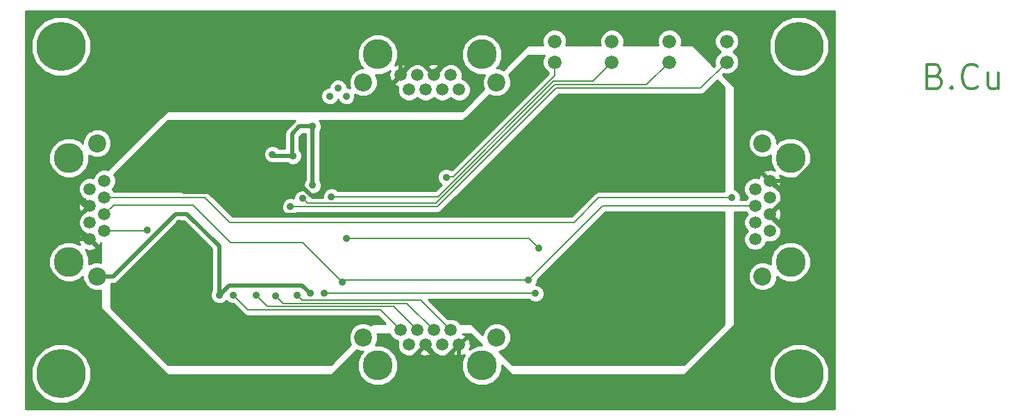
<source format=gbl>
G04 (created by PCBNEW (2013-07-07 BZR 4022)-stable) date 24/09/2013 15:52:17*
%MOIN*%
G04 Gerber Fmt 3.4, Leading zero omitted, Abs format*
%FSLAX34Y34*%
G01*
G70*
G90*
G04 APERTURE LIST*
%ADD10C,0.00590551*%
%ADD11C,0.011811*%
%ADD12C,0.066*%
%ADD13C,0.23622*%
%ADD14C,0.1437*%
%ADD15C,0.0591*%
%ADD16C,0.0866142*%
%ADD17C,0.035*%
%ADD18C,0.019685*%
%ADD19C,0.00787402*%
%ADD20C,0.01*%
G04 APERTURE END LIST*
G54D10*
G54D11*
X53008Y-11670D02*
X53177Y-11726D01*
X53233Y-11782D01*
X53290Y-11895D01*
X53290Y-12064D01*
X53233Y-12176D01*
X53177Y-12232D01*
X53065Y-12289D01*
X52615Y-12289D01*
X52615Y-11107D01*
X53008Y-11107D01*
X53121Y-11164D01*
X53177Y-11220D01*
X53233Y-11332D01*
X53233Y-11445D01*
X53177Y-11557D01*
X53121Y-11614D01*
X53008Y-11670D01*
X52615Y-11670D01*
X53796Y-12176D02*
X53852Y-12232D01*
X53796Y-12289D01*
X53740Y-12232D01*
X53796Y-12176D01*
X53796Y-12289D01*
X55033Y-12176D02*
X54977Y-12232D01*
X54808Y-12289D01*
X54696Y-12289D01*
X54527Y-12232D01*
X54415Y-12120D01*
X54358Y-12007D01*
X54302Y-11782D01*
X54302Y-11614D01*
X54358Y-11389D01*
X54415Y-11276D01*
X54527Y-11164D01*
X54696Y-11107D01*
X54808Y-11107D01*
X54977Y-11164D01*
X55033Y-11220D01*
X56046Y-11501D02*
X56046Y-12289D01*
X55539Y-11501D02*
X55539Y-12120D01*
X55596Y-12232D01*
X55708Y-12289D01*
X55877Y-12289D01*
X55989Y-12232D01*
X56046Y-12176D01*
G54D12*
X42997Y-10998D03*
X42997Y-9998D03*
X40241Y-10998D03*
X40241Y-9998D03*
X37485Y-10998D03*
X37485Y-9998D03*
X34729Y-10998D03*
X34729Y-9998D03*
G54D13*
X46456Y-10236D03*
X46456Y-25984D03*
X11023Y-25984D03*
X11023Y-10236D03*
G54D14*
X26240Y-10629D03*
X31240Y-10629D03*
G54D15*
X27334Y-11629D03*
X27736Y-12330D03*
X28137Y-11629D03*
X28539Y-12330D03*
X28940Y-11629D03*
X29342Y-12330D03*
X29744Y-11629D03*
X30145Y-12330D03*
G54D16*
X25539Y-11980D03*
X31940Y-11980D03*
G54D14*
X46062Y-15610D03*
X46062Y-20610D03*
G54D15*
X45062Y-16704D03*
X44362Y-17106D03*
X45062Y-17507D03*
X44362Y-17909D03*
X45062Y-18311D03*
X44362Y-18712D03*
X45062Y-19114D03*
X44362Y-19515D03*
G54D16*
X44712Y-14909D03*
X44712Y-21311D03*
G54D14*
X11417Y-20610D03*
X11417Y-15610D03*
G54D15*
X12417Y-19515D03*
X13118Y-19114D03*
X12417Y-18712D03*
X13118Y-18311D03*
X12417Y-17909D03*
X13118Y-17507D03*
X12417Y-17106D03*
X13118Y-16704D03*
G54D16*
X12767Y-21311D03*
X12767Y-14909D03*
G54D14*
X31240Y-25590D03*
X26240Y-25590D03*
G54D15*
X30145Y-24590D03*
X29744Y-23889D03*
X29342Y-24590D03*
X28940Y-23889D03*
X28539Y-24590D03*
X28137Y-23889D03*
X27736Y-24590D03*
X27334Y-23889D03*
G54D16*
X31940Y-24240D03*
X25539Y-24240D03*
G54D17*
X9842Y-15590D03*
X21496Y-11220D03*
X21496Y-11653D03*
X21496Y-10748D03*
X15157Y-19094D03*
X24724Y-19488D03*
X33976Y-19960D03*
X43228Y-17519D03*
X21181Y-15433D03*
X22165Y-15511D03*
X22992Y-22125D03*
X18622Y-22204D03*
X23110Y-14094D03*
X23110Y-16929D03*
X22362Y-22204D03*
X21338Y-22244D03*
X20393Y-22204D03*
X19291Y-22204D03*
X33818Y-22125D03*
X23661Y-22125D03*
X22047Y-17952D03*
X22637Y-17559D03*
X24015Y-17480D03*
X29527Y-16535D03*
X24527Y-21574D03*
X33464Y-21496D03*
X37677Y-24251D03*
X37047Y-19015D03*
X33543Y-17637D03*
X23976Y-24685D03*
X16692Y-18740D03*
X16692Y-16889D03*
X24409Y-14527D03*
X23937Y-12637D03*
X24330Y-12244D03*
X24724Y-12637D03*
G54D18*
X45062Y-18311D02*
X45062Y-18370D01*
X45062Y-18370D02*
X46141Y-19448D01*
X46141Y-19448D02*
X46850Y-19448D01*
X46850Y-19448D02*
X47401Y-20000D01*
X47401Y-20000D02*
X47401Y-21732D01*
X47401Y-21732D02*
X42047Y-27086D01*
X42047Y-27086D02*
X31259Y-27086D01*
X31259Y-27086D02*
X30145Y-25972D01*
X30145Y-25972D02*
X30145Y-24590D01*
X13110Y-10748D02*
X9842Y-14015D01*
X9842Y-14015D02*
X9842Y-15590D01*
X27334Y-11629D02*
X27334Y-10090D01*
X12161Y-17909D02*
X12417Y-17909D01*
X9842Y-15590D02*
X12161Y-17909D01*
X28539Y-24590D02*
X28539Y-24610D01*
X28539Y-24610D02*
X27322Y-25826D01*
X27322Y-25826D02*
X27322Y-26299D01*
X27322Y-26299D02*
X26456Y-27165D01*
X26456Y-27165D02*
X15196Y-27165D01*
X15196Y-27165D02*
X10393Y-22362D01*
X10393Y-22362D02*
X10393Y-20157D01*
X10393Y-20157D02*
X11035Y-19515D01*
X11035Y-19515D02*
X12417Y-19515D01*
X28940Y-11629D02*
X28940Y-11531D01*
X46287Y-16704D02*
X45062Y-16704D01*
X47244Y-15748D02*
X46287Y-16704D01*
X47244Y-14488D02*
X47244Y-15748D01*
X44881Y-12125D02*
X47244Y-14488D01*
X44881Y-9921D02*
X44881Y-12125D01*
X43937Y-8976D02*
X44881Y-9921D01*
X31496Y-8976D02*
X43937Y-8976D01*
X28940Y-11531D02*
X31496Y-8976D01*
X27334Y-11629D02*
X27334Y-11562D01*
X28255Y-10944D02*
X28940Y-11629D01*
X27952Y-10944D02*
X28255Y-10944D01*
X27334Y-11562D02*
X27952Y-10944D01*
X12417Y-19515D02*
X12271Y-19515D01*
X12271Y-19515D02*
X11811Y-19055D01*
X11811Y-19055D02*
X11811Y-18515D01*
X11811Y-18515D02*
X12417Y-17909D01*
X45062Y-16704D02*
X45129Y-16704D01*
X45669Y-17704D02*
X45062Y-18311D01*
X45669Y-17244D02*
X45669Y-17704D01*
X45129Y-16704D02*
X45669Y-17244D01*
X28539Y-24590D02*
X28539Y-24720D01*
X28539Y-24720D02*
X29133Y-25314D01*
X29133Y-25314D02*
X29421Y-25314D01*
X29421Y-25314D02*
X30145Y-24590D01*
X21496Y-10748D02*
X13110Y-10748D01*
X21496Y-10078D02*
X21496Y-10748D01*
X22519Y-9055D02*
X21496Y-10078D01*
X26299Y-9055D02*
X22519Y-9055D01*
X27334Y-10090D02*
X26299Y-9055D01*
G54D19*
X15137Y-19114D02*
X13118Y-19114D01*
X15157Y-19094D02*
X15137Y-19114D01*
X33503Y-19488D02*
X24724Y-19488D01*
X33976Y-19960D02*
X33503Y-19488D01*
X17940Y-17507D02*
X13118Y-17507D01*
X19133Y-18700D02*
X17940Y-17507D01*
X35669Y-18700D02*
X19133Y-18700D01*
X36850Y-17519D02*
X35669Y-18700D01*
X43228Y-17519D02*
X36850Y-17519D01*
G54D18*
X21259Y-15511D02*
X22165Y-15511D01*
X21181Y-15433D02*
X21259Y-15511D01*
X22480Y-14094D02*
X23110Y-14094D01*
X22125Y-14448D02*
X22480Y-14094D01*
X22125Y-15472D02*
X22125Y-14448D01*
X22165Y-15511D02*
X22125Y-15472D01*
X18622Y-22204D02*
X18622Y-19842D01*
X13531Y-21311D02*
X12767Y-21311D01*
X16535Y-18307D02*
X13531Y-21311D01*
X17086Y-18307D02*
X16535Y-18307D01*
X18622Y-19842D02*
X17086Y-18307D01*
X22598Y-21732D02*
X22992Y-22125D01*
X19094Y-21732D02*
X22598Y-21732D01*
X18622Y-22204D02*
X19094Y-21732D01*
X23110Y-16929D02*
X23110Y-14094D01*
G54D19*
X28295Y-22440D02*
X29744Y-23889D01*
X22598Y-22440D02*
X28295Y-22440D01*
X22362Y-22204D02*
X22598Y-22440D01*
X27649Y-22598D02*
X28940Y-23889D01*
X21692Y-22598D02*
X27649Y-22598D01*
X21338Y-22244D02*
X21692Y-22598D01*
X27003Y-22755D02*
X28137Y-23889D01*
X20944Y-22755D02*
X27003Y-22755D01*
X20393Y-22204D02*
X20944Y-22755D01*
X26358Y-22913D02*
X27334Y-23889D01*
X20000Y-22913D02*
X26358Y-22913D01*
X19291Y-22204D02*
X20000Y-22913D01*
X23661Y-22125D02*
X33818Y-22125D01*
X41751Y-12244D02*
X42997Y-10998D01*
X34815Y-12244D02*
X41751Y-12244D01*
X29106Y-17952D02*
X34815Y-12244D01*
X22047Y-17952D02*
X29106Y-17952D01*
X22047Y-17952D02*
X22047Y-17952D01*
X39152Y-12086D02*
X40241Y-10998D01*
X34750Y-12086D02*
X39152Y-12086D01*
X29041Y-17795D02*
X34750Y-12086D01*
X22874Y-17795D02*
X29041Y-17795D01*
X22637Y-17559D02*
X22874Y-17795D01*
X36554Y-11929D02*
X37485Y-10998D01*
X34685Y-11929D02*
X36554Y-11929D01*
X29133Y-17480D02*
X34685Y-11929D01*
X24015Y-17480D02*
X29133Y-17480D01*
X34729Y-11662D02*
X34729Y-10998D01*
X29868Y-16522D02*
X34729Y-11662D01*
X29540Y-16522D02*
X29868Y-16522D01*
X29527Y-16535D02*
X29540Y-16522D01*
X17799Y-18311D02*
X17362Y-17874D01*
X17799Y-18311D02*
X19173Y-19685D01*
X19173Y-19685D02*
X22637Y-19685D01*
X24527Y-21574D02*
X22637Y-19685D01*
X13555Y-17874D02*
X13118Y-18311D01*
X17362Y-17874D02*
X13555Y-17874D01*
X24606Y-21496D02*
X33464Y-21496D01*
X24527Y-21574D02*
X24606Y-21496D01*
X44362Y-17909D02*
X37051Y-17909D01*
X37051Y-17909D02*
X33464Y-21496D01*
G54D18*
X37677Y-19645D02*
X37677Y-24251D01*
X37047Y-19015D02*
X37677Y-19645D01*
X16692Y-16889D02*
X16692Y-17007D01*
X16692Y-17007D02*
X16929Y-17244D01*
X16929Y-17244D02*
X18897Y-17244D01*
X18897Y-17244D02*
X20000Y-18346D01*
X20000Y-18346D02*
X32834Y-18346D01*
X32834Y-18346D02*
X33543Y-17637D01*
X23267Y-23976D02*
X23976Y-24685D01*
X19724Y-23976D02*
X23267Y-23976D01*
X17834Y-22086D02*
X19724Y-23976D01*
X17834Y-19881D02*
X17834Y-22086D01*
X16692Y-18740D02*
X17834Y-19881D01*
X22519Y-16889D02*
X16692Y-16889D01*
X23031Y-17401D02*
X22519Y-16889D01*
X23385Y-17401D02*
X23031Y-17401D01*
X23622Y-17165D02*
X23385Y-17401D01*
X23622Y-15314D02*
X23622Y-17165D01*
X24409Y-14527D02*
X23622Y-15314D01*
G54D10*
G36*
X48155Y-27683D02*
X47888Y-27683D01*
X47888Y-25700D01*
X47888Y-9952D01*
X47670Y-9426D01*
X47268Y-9023D01*
X46742Y-8805D01*
X46173Y-8804D01*
X45647Y-9022D01*
X45244Y-9424D01*
X45025Y-9950D01*
X45025Y-10519D01*
X45242Y-11045D01*
X45644Y-11448D01*
X46170Y-11667D01*
X46740Y-11667D01*
X47266Y-11450D01*
X47669Y-11047D01*
X47887Y-10522D01*
X47888Y-9952D01*
X47888Y-25700D01*
X47670Y-25174D01*
X47268Y-24771D01*
X47031Y-24673D01*
X47031Y-20418D01*
X47031Y-15418D01*
X46884Y-15062D01*
X46612Y-14789D01*
X46256Y-14641D01*
X45871Y-14641D01*
X45515Y-14788D01*
X45395Y-14907D01*
X45395Y-14774D01*
X45292Y-14523D01*
X45100Y-14330D01*
X44849Y-14226D01*
X44577Y-14226D01*
X44326Y-14330D01*
X44133Y-14522D01*
X44029Y-14772D01*
X44029Y-15044D01*
X44133Y-15295D01*
X44325Y-15488D01*
X44576Y-15592D01*
X44847Y-15592D01*
X45094Y-15490D01*
X45094Y-15802D01*
X45241Y-16158D01*
X45289Y-16206D01*
X45143Y-16154D01*
X44926Y-16165D01*
X44777Y-16227D01*
X44751Y-16322D01*
X45062Y-16634D01*
X45068Y-16628D01*
X45139Y-16699D01*
X45133Y-16704D01*
X45445Y-17016D01*
X45540Y-16989D01*
X45613Y-16785D01*
X45602Y-16568D01*
X45551Y-16446D01*
X45869Y-16578D01*
X46254Y-16578D01*
X46610Y-16431D01*
X46883Y-16159D01*
X47031Y-15803D01*
X47031Y-15418D01*
X47031Y-20418D01*
X46884Y-20062D01*
X46612Y-19789D01*
X46256Y-19641D01*
X45871Y-19641D01*
X45613Y-19748D01*
X45613Y-18391D01*
X45602Y-18174D01*
X45540Y-18025D01*
X45445Y-17999D01*
X45133Y-18311D01*
X45445Y-18622D01*
X45540Y-18596D01*
X45613Y-18391D01*
X45613Y-19748D01*
X45608Y-19750D01*
X45608Y-19006D01*
X45525Y-18805D01*
X45372Y-18651D01*
X45305Y-18624D01*
X45062Y-18381D01*
X45057Y-18387D01*
X44986Y-18316D01*
X44992Y-18311D01*
X44986Y-18305D01*
X45057Y-18234D01*
X45062Y-18240D01*
X45305Y-17997D01*
X45371Y-17970D01*
X45525Y-17817D01*
X45608Y-17616D01*
X45608Y-17399D01*
X45525Y-17199D01*
X45372Y-17045D01*
X45305Y-17017D01*
X45062Y-16775D01*
X45057Y-16781D01*
X44986Y-16710D01*
X44992Y-16704D01*
X44680Y-16392D01*
X44585Y-16419D01*
X44526Y-16584D01*
X44471Y-16560D01*
X44254Y-16560D01*
X44053Y-16643D01*
X43900Y-16796D01*
X43816Y-16997D01*
X43816Y-17214D01*
X43899Y-17414D01*
X43992Y-17507D01*
X43900Y-17600D01*
X43891Y-17620D01*
X43646Y-17620D01*
X43653Y-17604D01*
X43653Y-17435D01*
X43588Y-17279D01*
X43469Y-17159D01*
X43357Y-17112D01*
X43357Y-12184D01*
X42788Y-11615D01*
X42842Y-11562D01*
X42881Y-11578D01*
X43111Y-11578D01*
X43325Y-11490D01*
X43488Y-11327D01*
X43576Y-11114D01*
X43577Y-10883D01*
X43489Y-10670D01*
X43326Y-10506D01*
X43305Y-10498D01*
X43325Y-10490D01*
X43488Y-10327D01*
X43576Y-10114D01*
X43577Y-9883D01*
X43489Y-9670D01*
X43326Y-9506D01*
X43112Y-9418D01*
X42882Y-9418D01*
X42668Y-9506D01*
X42505Y-9669D01*
X42417Y-9882D01*
X42416Y-10113D01*
X42505Y-10326D01*
X42668Y-10489D01*
X42688Y-10498D01*
X42668Y-10506D01*
X42505Y-10669D01*
X42417Y-10882D01*
X42416Y-11113D01*
X42433Y-11152D01*
X42379Y-11206D01*
X41359Y-10186D01*
X40791Y-10186D01*
X40821Y-10114D01*
X40821Y-9883D01*
X40733Y-9670D01*
X40570Y-9506D01*
X40357Y-9418D01*
X40126Y-9418D01*
X39913Y-9506D01*
X39749Y-9669D01*
X39661Y-9882D01*
X39661Y-10113D01*
X39691Y-10186D01*
X38035Y-10186D01*
X38065Y-10114D01*
X38065Y-9883D01*
X37977Y-9670D01*
X37814Y-9506D01*
X37601Y-9418D01*
X37370Y-9418D01*
X37157Y-9506D01*
X36993Y-9669D01*
X36905Y-9882D01*
X36905Y-10113D01*
X36935Y-10186D01*
X35279Y-10186D01*
X35309Y-10114D01*
X35309Y-9883D01*
X35221Y-9670D01*
X35058Y-9506D01*
X34845Y-9418D01*
X34614Y-9418D01*
X34401Y-9506D01*
X34237Y-9669D01*
X34149Y-9882D01*
X34149Y-10113D01*
X34179Y-10186D01*
X33443Y-10186D01*
X32257Y-11372D01*
X32077Y-11297D01*
X31942Y-11297D01*
X32060Y-11179D01*
X32208Y-10823D01*
X32208Y-10438D01*
X32061Y-10082D01*
X31789Y-9809D01*
X31433Y-9661D01*
X31048Y-9661D01*
X30692Y-9808D01*
X30419Y-10080D01*
X30271Y-10436D01*
X30271Y-10821D01*
X30418Y-11177D01*
X30690Y-11450D01*
X31046Y-11598D01*
X31359Y-11598D01*
X31257Y-11843D01*
X31257Y-12115D01*
X31332Y-12297D01*
X30691Y-12938D01*
X30691Y-12222D01*
X30608Y-12022D01*
X30455Y-11868D01*
X30267Y-11790D01*
X30289Y-11738D01*
X30289Y-11521D01*
X30206Y-11321D01*
X30053Y-11167D01*
X29853Y-11084D01*
X29636Y-11084D01*
X29435Y-11167D01*
X29281Y-11320D01*
X29254Y-11387D01*
X29252Y-11388D01*
X29252Y-11247D01*
X29226Y-11152D01*
X29021Y-11079D01*
X28804Y-11090D01*
X28655Y-11152D01*
X28629Y-11247D01*
X28940Y-11559D01*
X29252Y-11247D01*
X29252Y-11388D01*
X29011Y-11629D01*
X29017Y-11635D01*
X28946Y-11706D01*
X28940Y-11700D01*
X28935Y-11706D01*
X28864Y-11635D01*
X28870Y-11629D01*
X28627Y-11387D01*
X28600Y-11321D01*
X28447Y-11167D01*
X28246Y-11084D01*
X28029Y-11084D01*
X27829Y-11167D01*
X27675Y-11320D01*
X27647Y-11387D01*
X27646Y-11388D01*
X27646Y-11247D01*
X27619Y-11152D01*
X27415Y-11079D01*
X27198Y-11090D01*
X27076Y-11141D01*
X27208Y-10823D01*
X27208Y-10438D01*
X27061Y-10082D01*
X26789Y-9809D01*
X26433Y-9661D01*
X26048Y-9661D01*
X25692Y-9808D01*
X25419Y-10080D01*
X25271Y-10436D01*
X25271Y-10821D01*
X25418Y-11177D01*
X25537Y-11297D01*
X25404Y-11297D01*
X25152Y-11400D01*
X24960Y-11592D01*
X24856Y-11843D01*
X24856Y-12115D01*
X24914Y-12256D01*
X24809Y-12212D01*
X24755Y-12212D01*
X24755Y-12159D01*
X24691Y-12003D01*
X24571Y-11884D01*
X24415Y-11819D01*
X24246Y-11819D01*
X24090Y-11883D01*
X23970Y-12003D01*
X23905Y-12159D01*
X23905Y-12212D01*
X23852Y-12212D01*
X23696Y-12277D01*
X23576Y-12396D01*
X23512Y-12552D01*
X23511Y-12721D01*
X23576Y-12878D01*
X23695Y-12997D01*
X23852Y-13062D01*
X24021Y-13062D01*
X24177Y-12998D01*
X24297Y-12878D01*
X24330Y-12797D01*
X24363Y-12878D01*
X24483Y-12997D01*
X24639Y-13062D01*
X24808Y-13062D01*
X24964Y-12998D01*
X25084Y-12878D01*
X25149Y-12722D01*
X25149Y-12556D01*
X25151Y-12559D01*
X25402Y-12663D01*
X25674Y-12663D01*
X25925Y-12559D01*
X26118Y-12367D01*
X26222Y-12116D01*
X26222Y-11845D01*
X26120Y-11598D01*
X26431Y-11598D01*
X26788Y-11451D01*
X26836Y-11403D01*
X26784Y-11549D01*
X26795Y-11765D01*
X26857Y-11915D01*
X26951Y-11941D01*
X27263Y-11629D01*
X27258Y-11624D01*
X27329Y-11553D01*
X27334Y-11559D01*
X27646Y-11247D01*
X27646Y-11388D01*
X27405Y-11629D01*
X27410Y-11635D01*
X27340Y-11706D01*
X27334Y-11700D01*
X27022Y-12012D01*
X27049Y-12107D01*
X27213Y-12165D01*
X27190Y-12221D01*
X27190Y-12438D01*
X27273Y-12639D01*
X27426Y-12792D01*
X27627Y-12876D01*
X27844Y-12876D01*
X28044Y-12793D01*
X28137Y-12700D01*
X28229Y-12792D01*
X28430Y-12876D01*
X28647Y-12876D01*
X28847Y-12793D01*
X28940Y-12700D01*
X29033Y-12792D01*
X29233Y-12876D01*
X29450Y-12876D01*
X29651Y-12793D01*
X29744Y-12700D01*
X29836Y-12792D01*
X30036Y-12876D01*
X30253Y-12876D01*
X30454Y-12793D01*
X30607Y-12640D01*
X30691Y-12439D01*
X30691Y-12222D01*
X30691Y-12938D01*
X30294Y-13335D01*
X25590Y-13335D01*
X16121Y-13335D01*
X13450Y-16005D01*
X13450Y-14774D01*
X13347Y-14523D01*
X13155Y-14330D01*
X12904Y-14226D01*
X12632Y-14226D01*
X12454Y-14299D01*
X12454Y-9952D01*
X12237Y-9426D01*
X11835Y-9023D01*
X11309Y-8805D01*
X10740Y-8804D01*
X10214Y-9022D01*
X9811Y-9424D01*
X9592Y-9950D01*
X9592Y-10519D01*
X9809Y-11045D01*
X10211Y-11448D01*
X10737Y-11667D01*
X11307Y-11667D01*
X11833Y-11450D01*
X12236Y-11047D01*
X12454Y-10522D01*
X12454Y-9952D01*
X12454Y-14299D01*
X12381Y-14330D01*
X12188Y-14522D01*
X12084Y-14772D01*
X12084Y-14907D01*
X11966Y-14789D01*
X11610Y-14641D01*
X11225Y-14641D01*
X10869Y-14788D01*
X10596Y-15060D01*
X10448Y-15416D01*
X10448Y-15802D01*
X10595Y-16158D01*
X10867Y-16430D01*
X11223Y-16578D01*
X11609Y-16578D01*
X11965Y-16431D01*
X12237Y-16159D01*
X12385Y-15803D01*
X12385Y-15490D01*
X12631Y-15592D01*
X12902Y-15592D01*
X13154Y-15488D01*
X13346Y-15296D01*
X13450Y-15045D01*
X13450Y-14774D01*
X13450Y-16005D01*
X13276Y-16179D01*
X13227Y-16159D01*
X13010Y-16159D01*
X12809Y-16242D01*
X12655Y-16395D01*
X12578Y-16582D01*
X12526Y-16560D01*
X12309Y-16560D01*
X12108Y-16643D01*
X11955Y-16796D01*
X11871Y-16997D01*
X11871Y-17214D01*
X11954Y-17414D01*
X12107Y-17568D01*
X12174Y-17596D01*
X12417Y-17838D01*
X12422Y-17833D01*
X12493Y-17903D01*
X12488Y-17909D01*
X12493Y-17915D01*
X12422Y-17985D01*
X12417Y-17980D01*
X12346Y-18050D01*
X12346Y-17909D01*
X12034Y-17597D01*
X11939Y-17624D01*
X11867Y-17828D01*
X11878Y-18045D01*
X11939Y-18194D01*
X12034Y-18221D01*
X12346Y-17909D01*
X12346Y-18050D01*
X12174Y-18222D01*
X12108Y-18249D01*
X11955Y-18403D01*
X11871Y-18603D01*
X11871Y-18820D01*
X11954Y-19021D01*
X12107Y-19174D01*
X12174Y-19202D01*
X12417Y-19445D01*
X12422Y-19439D01*
X12493Y-19510D01*
X12488Y-19515D01*
X12799Y-19827D01*
X12894Y-19800D01*
X12942Y-19668D01*
X12942Y-20643D01*
X12904Y-20628D01*
X12632Y-20627D01*
X12385Y-20729D01*
X12385Y-20418D01*
X12238Y-20062D01*
X12190Y-20014D01*
X12336Y-20066D01*
X12553Y-20055D01*
X12702Y-19993D01*
X12729Y-19898D01*
X12417Y-19586D01*
X12411Y-19592D01*
X12341Y-19521D01*
X12346Y-19515D01*
X12034Y-19203D01*
X11939Y-19230D01*
X11867Y-19435D01*
X11878Y-19651D01*
X11928Y-19773D01*
X11610Y-19641D01*
X11225Y-19641D01*
X10869Y-19788D01*
X10596Y-20060D01*
X10448Y-20416D01*
X10448Y-20802D01*
X10595Y-21158D01*
X10867Y-21430D01*
X11223Y-21578D01*
X11609Y-21578D01*
X11965Y-21431D01*
X12084Y-21312D01*
X12084Y-21446D01*
X12188Y-21697D01*
X12380Y-21889D01*
X12631Y-21993D01*
X12902Y-21994D01*
X12942Y-21978D01*
X12942Y-22855D01*
X16121Y-26034D01*
X24036Y-26034D01*
X25222Y-24848D01*
X25402Y-24923D01*
X25537Y-24923D01*
X25419Y-25041D01*
X25271Y-25397D01*
X25271Y-25782D01*
X25418Y-26138D01*
X25690Y-26411D01*
X26046Y-26558D01*
X26431Y-26559D01*
X26788Y-26412D01*
X27060Y-26139D01*
X27208Y-25784D01*
X27208Y-25398D01*
X27061Y-25042D01*
X26789Y-24769D01*
X26433Y-24622D01*
X26120Y-24621D01*
X26222Y-24376D01*
X26222Y-24104D01*
X26206Y-24065D01*
X26817Y-24065D01*
X26871Y-24198D01*
X27025Y-24351D01*
X27212Y-24429D01*
X27190Y-24481D01*
X27190Y-24698D01*
X27273Y-24899D01*
X27426Y-25052D01*
X27627Y-25135D01*
X27844Y-25136D01*
X28044Y-25053D01*
X28198Y-24899D01*
X28226Y-24833D01*
X28468Y-24590D01*
X28463Y-24584D01*
X28533Y-24514D01*
X28539Y-24519D01*
X28544Y-24514D01*
X28615Y-24584D01*
X28610Y-24590D01*
X28852Y-24832D01*
X28879Y-24899D01*
X29033Y-25052D01*
X29233Y-25135D01*
X29450Y-25136D01*
X29651Y-25053D01*
X29804Y-24899D01*
X29832Y-24833D01*
X30074Y-24590D01*
X30069Y-24584D01*
X30140Y-24514D01*
X30145Y-24519D01*
X30457Y-24207D01*
X30430Y-24113D01*
X30298Y-24065D01*
X30687Y-24065D01*
X31244Y-24622D01*
X31048Y-24621D01*
X30692Y-24769D01*
X30644Y-24817D01*
X30695Y-24671D01*
X30684Y-24454D01*
X30623Y-24305D01*
X30528Y-24278D01*
X30216Y-24590D01*
X30221Y-24596D01*
X30151Y-24666D01*
X30145Y-24661D01*
X29833Y-24973D01*
X29860Y-25068D01*
X30064Y-25140D01*
X30281Y-25129D01*
X30403Y-25079D01*
X30271Y-25397D01*
X30271Y-25782D01*
X30418Y-26138D01*
X30690Y-26411D01*
X31046Y-26558D01*
X31431Y-26559D01*
X31788Y-26412D01*
X32060Y-26139D01*
X32208Y-25784D01*
X32208Y-25586D01*
X32656Y-26034D01*
X40965Y-26034D01*
X43357Y-23642D01*
X43357Y-18198D01*
X43891Y-18198D01*
X43899Y-18218D01*
X43992Y-18311D01*
X43900Y-18403D01*
X43816Y-18603D01*
X43816Y-18820D01*
X43899Y-19021D01*
X43992Y-19114D01*
X43900Y-19206D01*
X43816Y-19406D01*
X43816Y-19623D01*
X43899Y-19824D01*
X44052Y-19977D01*
X44253Y-20061D01*
X44470Y-20061D01*
X44670Y-19978D01*
X44824Y-19825D01*
X44902Y-19638D01*
X44954Y-19659D01*
X45171Y-19659D01*
X45371Y-19576D01*
X45525Y-19423D01*
X45608Y-19223D01*
X45608Y-19006D01*
X45608Y-19750D01*
X45515Y-19788D01*
X45242Y-20060D01*
X45094Y-20416D01*
X45094Y-20729D01*
X44849Y-20628D01*
X44577Y-20627D01*
X44326Y-20731D01*
X44133Y-20923D01*
X44029Y-21174D01*
X44029Y-21446D01*
X44133Y-21697D01*
X44325Y-21889D01*
X44576Y-21993D01*
X44847Y-21994D01*
X45099Y-21890D01*
X45291Y-21698D01*
X45395Y-21447D01*
X45395Y-21312D01*
X45513Y-21430D01*
X45869Y-21578D01*
X46254Y-21578D01*
X46610Y-21431D01*
X46883Y-21159D01*
X47031Y-20803D01*
X47031Y-20418D01*
X47031Y-24673D01*
X46742Y-24553D01*
X46173Y-24552D01*
X45647Y-24770D01*
X45244Y-25172D01*
X45025Y-25698D01*
X45025Y-26267D01*
X45242Y-26793D01*
X45644Y-27196D01*
X46170Y-27415D01*
X46740Y-27415D01*
X47266Y-27198D01*
X47669Y-26795D01*
X47887Y-26270D01*
X47888Y-25700D01*
X47888Y-27683D01*
X43357Y-27683D01*
X28851Y-27683D01*
X28851Y-24973D01*
X28539Y-24661D01*
X28227Y-24973D01*
X28254Y-25068D01*
X28458Y-25140D01*
X28675Y-25129D01*
X28824Y-25068D01*
X28851Y-24973D01*
X28851Y-27683D01*
X12454Y-27683D01*
X12454Y-25700D01*
X12237Y-25174D01*
X11835Y-24771D01*
X11309Y-24553D01*
X10740Y-24552D01*
X10214Y-24770D01*
X9811Y-25172D01*
X9592Y-25698D01*
X9592Y-26267D01*
X9809Y-26793D01*
X10211Y-27196D01*
X10737Y-27415D01*
X11307Y-27415D01*
X11833Y-27198D01*
X12236Y-26795D01*
X12454Y-26270D01*
X12454Y-25700D01*
X12454Y-27683D01*
X9324Y-27683D01*
X9324Y-8537D01*
X48155Y-8537D01*
X48155Y-27683D01*
X48155Y-27683D01*
G37*
G54D20*
X48155Y-27683D02*
X47888Y-27683D01*
X47888Y-25700D01*
X47888Y-9952D01*
X47670Y-9426D01*
X47268Y-9023D01*
X46742Y-8805D01*
X46173Y-8804D01*
X45647Y-9022D01*
X45244Y-9424D01*
X45025Y-9950D01*
X45025Y-10519D01*
X45242Y-11045D01*
X45644Y-11448D01*
X46170Y-11667D01*
X46740Y-11667D01*
X47266Y-11450D01*
X47669Y-11047D01*
X47887Y-10522D01*
X47888Y-9952D01*
X47888Y-25700D01*
X47670Y-25174D01*
X47268Y-24771D01*
X47031Y-24673D01*
X47031Y-20418D01*
X47031Y-15418D01*
X46884Y-15062D01*
X46612Y-14789D01*
X46256Y-14641D01*
X45871Y-14641D01*
X45515Y-14788D01*
X45395Y-14907D01*
X45395Y-14774D01*
X45292Y-14523D01*
X45100Y-14330D01*
X44849Y-14226D01*
X44577Y-14226D01*
X44326Y-14330D01*
X44133Y-14522D01*
X44029Y-14772D01*
X44029Y-15044D01*
X44133Y-15295D01*
X44325Y-15488D01*
X44576Y-15592D01*
X44847Y-15592D01*
X45094Y-15490D01*
X45094Y-15802D01*
X45241Y-16158D01*
X45289Y-16206D01*
X45143Y-16154D01*
X44926Y-16165D01*
X44777Y-16227D01*
X44751Y-16322D01*
X45062Y-16634D01*
X45068Y-16628D01*
X45139Y-16699D01*
X45133Y-16704D01*
X45445Y-17016D01*
X45540Y-16989D01*
X45613Y-16785D01*
X45602Y-16568D01*
X45551Y-16446D01*
X45869Y-16578D01*
X46254Y-16578D01*
X46610Y-16431D01*
X46883Y-16159D01*
X47031Y-15803D01*
X47031Y-15418D01*
X47031Y-20418D01*
X46884Y-20062D01*
X46612Y-19789D01*
X46256Y-19641D01*
X45871Y-19641D01*
X45613Y-19748D01*
X45613Y-18391D01*
X45602Y-18174D01*
X45540Y-18025D01*
X45445Y-17999D01*
X45133Y-18311D01*
X45445Y-18622D01*
X45540Y-18596D01*
X45613Y-18391D01*
X45613Y-19748D01*
X45608Y-19750D01*
X45608Y-19006D01*
X45525Y-18805D01*
X45372Y-18651D01*
X45305Y-18624D01*
X45062Y-18381D01*
X45057Y-18387D01*
X44986Y-18316D01*
X44992Y-18311D01*
X44986Y-18305D01*
X45057Y-18234D01*
X45062Y-18240D01*
X45305Y-17997D01*
X45371Y-17970D01*
X45525Y-17817D01*
X45608Y-17616D01*
X45608Y-17399D01*
X45525Y-17199D01*
X45372Y-17045D01*
X45305Y-17017D01*
X45062Y-16775D01*
X45057Y-16781D01*
X44986Y-16710D01*
X44992Y-16704D01*
X44680Y-16392D01*
X44585Y-16419D01*
X44526Y-16584D01*
X44471Y-16560D01*
X44254Y-16560D01*
X44053Y-16643D01*
X43900Y-16796D01*
X43816Y-16997D01*
X43816Y-17214D01*
X43899Y-17414D01*
X43992Y-17507D01*
X43900Y-17600D01*
X43891Y-17620D01*
X43646Y-17620D01*
X43653Y-17604D01*
X43653Y-17435D01*
X43588Y-17279D01*
X43469Y-17159D01*
X43357Y-17112D01*
X43357Y-12184D01*
X42788Y-11615D01*
X42842Y-11562D01*
X42881Y-11578D01*
X43111Y-11578D01*
X43325Y-11490D01*
X43488Y-11327D01*
X43576Y-11114D01*
X43577Y-10883D01*
X43489Y-10670D01*
X43326Y-10506D01*
X43305Y-10498D01*
X43325Y-10490D01*
X43488Y-10327D01*
X43576Y-10114D01*
X43577Y-9883D01*
X43489Y-9670D01*
X43326Y-9506D01*
X43112Y-9418D01*
X42882Y-9418D01*
X42668Y-9506D01*
X42505Y-9669D01*
X42417Y-9882D01*
X42416Y-10113D01*
X42505Y-10326D01*
X42668Y-10489D01*
X42688Y-10498D01*
X42668Y-10506D01*
X42505Y-10669D01*
X42417Y-10882D01*
X42416Y-11113D01*
X42433Y-11152D01*
X42379Y-11206D01*
X41359Y-10186D01*
X40791Y-10186D01*
X40821Y-10114D01*
X40821Y-9883D01*
X40733Y-9670D01*
X40570Y-9506D01*
X40357Y-9418D01*
X40126Y-9418D01*
X39913Y-9506D01*
X39749Y-9669D01*
X39661Y-9882D01*
X39661Y-10113D01*
X39691Y-10186D01*
X38035Y-10186D01*
X38065Y-10114D01*
X38065Y-9883D01*
X37977Y-9670D01*
X37814Y-9506D01*
X37601Y-9418D01*
X37370Y-9418D01*
X37157Y-9506D01*
X36993Y-9669D01*
X36905Y-9882D01*
X36905Y-10113D01*
X36935Y-10186D01*
X35279Y-10186D01*
X35309Y-10114D01*
X35309Y-9883D01*
X35221Y-9670D01*
X35058Y-9506D01*
X34845Y-9418D01*
X34614Y-9418D01*
X34401Y-9506D01*
X34237Y-9669D01*
X34149Y-9882D01*
X34149Y-10113D01*
X34179Y-10186D01*
X33443Y-10186D01*
X32257Y-11372D01*
X32077Y-11297D01*
X31942Y-11297D01*
X32060Y-11179D01*
X32208Y-10823D01*
X32208Y-10438D01*
X32061Y-10082D01*
X31789Y-9809D01*
X31433Y-9661D01*
X31048Y-9661D01*
X30692Y-9808D01*
X30419Y-10080D01*
X30271Y-10436D01*
X30271Y-10821D01*
X30418Y-11177D01*
X30690Y-11450D01*
X31046Y-11598D01*
X31359Y-11598D01*
X31257Y-11843D01*
X31257Y-12115D01*
X31332Y-12297D01*
X30691Y-12938D01*
X30691Y-12222D01*
X30608Y-12022D01*
X30455Y-11868D01*
X30267Y-11790D01*
X30289Y-11738D01*
X30289Y-11521D01*
X30206Y-11321D01*
X30053Y-11167D01*
X29853Y-11084D01*
X29636Y-11084D01*
X29435Y-11167D01*
X29281Y-11320D01*
X29254Y-11387D01*
X29252Y-11388D01*
X29252Y-11247D01*
X29226Y-11152D01*
X29021Y-11079D01*
X28804Y-11090D01*
X28655Y-11152D01*
X28629Y-11247D01*
X28940Y-11559D01*
X29252Y-11247D01*
X29252Y-11388D01*
X29011Y-11629D01*
X29017Y-11635D01*
X28946Y-11706D01*
X28940Y-11700D01*
X28935Y-11706D01*
X28864Y-11635D01*
X28870Y-11629D01*
X28627Y-11387D01*
X28600Y-11321D01*
X28447Y-11167D01*
X28246Y-11084D01*
X28029Y-11084D01*
X27829Y-11167D01*
X27675Y-11320D01*
X27647Y-11387D01*
X27646Y-11388D01*
X27646Y-11247D01*
X27619Y-11152D01*
X27415Y-11079D01*
X27198Y-11090D01*
X27076Y-11141D01*
X27208Y-10823D01*
X27208Y-10438D01*
X27061Y-10082D01*
X26789Y-9809D01*
X26433Y-9661D01*
X26048Y-9661D01*
X25692Y-9808D01*
X25419Y-10080D01*
X25271Y-10436D01*
X25271Y-10821D01*
X25418Y-11177D01*
X25537Y-11297D01*
X25404Y-11297D01*
X25152Y-11400D01*
X24960Y-11592D01*
X24856Y-11843D01*
X24856Y-12115D01*
X24914Y-12256D01*
X24809Y-12212D01*
X24755Y-12212D01*
X24755Y-12159D01*
X24691Y-12003D01*
X24571Y-11884D01*
X24415Y-11819D01*
X24246Y-11819D01*
X24090Y-11883D01*
X23970Y-12003D01*
X23905Y-12159D01*
X23905Y-12212D01*
X23852Y-12212D01*
X23696Y-12277D01*
X23576Y-12396D01*
X23512Y-12552D01*
X23511Y-12721D01*
X23576Y-12878D01*
X23695Y-12997D01*
X23852Y-13062D01*
X24021Y-13062D01*
X24177Y-12998D01*
X24297Y-12878D01*
X24330Y-12797D01*
X24363Y-12878D01*
X24483Y-12997D01*
X24639Y-13062D01*
X24808Y-13062D01*
X24964Y-12998D01*
X25084Y-12878D01*
X25149Y-12722D01*
X25149Y-12556D01*
X25151Y-12559D01*
X25402Y-12663D01*
X25674Y-12663D01*
X25925Y-12559D01*
X26118Y-12367D01*
X26222Y-12116D01*
X26222Y-11845D01*
X26120Y-11598D01*
X26431Y-11598D01*
X26788Y-11451D01*
X26836Y-11403D01*
X26784Y-11549D01*
X26795Y-11765D01*
X26857Y-11915D01*
X26951Y-11941D01*
X27263Y-11629D01*
X27258Y-11624D01*
X27329Y-11553D01*
X27334Y-11559D01*
X27646Y-11247D01*
X27646Y-11388D01*
X27405Y-11629D01*
X27410Y-11635D01*
X27340Y-11706D01*
X27334Y-11700D01*
X27022Y-12012D01*
X27049Y-12107D01*
X27213Y-12165D01*
X27190Y-12221D01*
X27190Y-12438D01*
X27273Y-12639D01*
X27426Y-12792D01*
X27627Y-12876D01*
X27844Y-12876D01*
X28044Y-12793D01*
X28137Y-12700D01*
X28229Y-12792D01*
X28430Y-12876D01*
X28647Y-12876D01*
X28847Y-12793D01*
X28940Y-12700D01*
X29033Y-12792D01*
X29233Y-12876D01*
X29450Y-12876D01*
X29651Y-12793D01*
X29744Y-12700D01*
X29836Y-12792D01*
X30036Y-12876D01*
X30253Y-12876D01*
X30454Y-12793D01*
X30607Y-12640D01*
X30691Y-12439D01*
X30691Y-12222D01*
X30691Y-12938D01*
X30294Y-13335D01*
X25590Y-13335D01*
X16121Y-13335D01*
X13450Y-16005D01*
X13450Y-14774D01*
X13347Y-14523D01*
X13155Y-14330D01*
X12904Y-14226D01*
X12632Y-14226D01*
X12454Y-14299D01*
X12454Y-9952D01*
X12237Y-9426D01*
X11835Y-9023D01*
X11309Y-8805D01*
X10740Y-8804D01*
X10214Y-9022D01*
X9811Y-9424D01*
X9592Y-9950D01*
X9592Y-10519D01*
X9809Y-11045D01*
X10211Y-11448D01*
X10737Y-11667D01*
X11307Y-11667D01*
X11833Y-11450D01*
X12236Y-11047D01*
X12454Y-10522D01*
X12454Y-9952D01*
X12454Y-14299D01*
X12381Y-14330D01*
X12188Y-14522D01*
X12084Y-14772D01*
X12084Y-14907D01*
X11966Y-14789D01*
X11610Y-14641D01*
X11225Y-14641D01*
X10869Y-14788D01*
X10596Y-15060D01*
X10448Y-15416D01*
X10448Y-15802D01*
X10595Y-16158D01*
X10867Y-16430D01*
X11223Y-16578D01*
X11609Y-16578D01*
X11965Y-16431D01*
X12237Y-16159D01*
X12385Y-15803D01*
X12385Y-15490D01*
X12631Y-15592D01*
X12902Y-15592D01*
X13154Y-15488D01*
X13346Y-15296D01*
X13450Y-15045D01*
X13450Y-14774D01*
X13450Y-16005D01*
X13276Y-16179D01*
X13227Y-16159D01*
X13010Y-16159D01*
X12809Y-16242D01*
X12655Y-16395D01*
X12578Y-16582D01*
X12526Y-16560D01*
X12309Y-16560D01*
X12108Y-16643D01*
X11955Y-16796D01*
X11871Y-16997D01*
X11871Y-17214D01*
X11954Y-17414D01*
X12107Y-17568D01*
X12174Y-17596D01*
X12417Y-17838D01*
X12422Y-17833D01*
X12493Y-17903D01*
X12488Y-17909D01*
X12493Y-17915D01*
X12422Y-17985D01*
X12417Y-17980D01*
X12346Y-18050D01*
X12346Y-17909D01*
X12034Y-17597D01*
X11939Y-17624D01*
X11867Y-17828D01*
X11878Y-18045D01*
X11939Y-18194D01*
X12034Y-18221D01*
X12346Y-17909D01*
X12346Y-18050D01*
X12174Y-18222D01*
X12108Y-18249D01*
X11955Y-18403D01*
X11871Y-18603D01*
X11871Y-18820D01*
X11954Y-19021D01*
X12107Y-19174D01*
X12174Y-19202D01*
X12417Y-19445D01*
X12422Y-19439D01*
X12493Y-19510D01*
X12488Y-19515D01*
X12799Y-19827D01*
X12894Y-19800D01*
X12942Y-19668D01*
X12942Y-20643D01*
X12904Y-20628D01*
X12632Y-20627D01*
X12385Y-20729D01*
X12385Y-20418D01*
X12238Y-20062D01*
X12190Y-20014D01*
X12336Y-20066D01*
X12553Y-20055D01*
X12702Y-19993D01*
X12729Y-19898D01*
X12417Y-19586D01*
X12411Y-19592D01*
X12341Y-19521D01*
X12346Y-19515D01*
X12034Y-19203D01*
X11939Y-19230D01*
X11867Y-19435D01*
X11878Y-19651D01*
X11928Y-19773D01*
X11610Y-19641D01*
X11225Y-19641D01*
X10869Y-19788D01*
X10596Y-20060D01*
X10448Y-20416D01*
X10448Y-20802D01*
X10595Y-21158D01*
X10867Y-21430D01*
X11223Y-21578D01*
X11609Y-21578D01*
X11965Y-21431D01*
X12084Y-21312D01*
X12084Y-21446D01*
X12188Y-21697D01*
X12380Y-21889D01*
X12631Y-21993D01*
X12902Y-21994D01*
X12942Y-21978D01*
X12942Y-22855D01*
X16121Y-26034D01*
X24036Y-26034D01*
X25222Y-24848D01*
X25402Y-24923D01*
X25537Y-24923D01*
X25419Y-25041D01*
X25271Y-25397D01*
X25271Y-25782D01*
X25418Y-26138D01*
X25690Y-26411D01*
X26046Y-26558D01*
X26431Y-26559D01*
X26788Y-26412D01*
X27060Y-26139D01*
X27208Y-25784D01*
X27208Y-25398D01*
X27061Y-25042D01*
X26789Y-24769D01*
X26433Y-24622D01*
X26120Y-24621D01*
X26222Y-24376D01*
X26222Y-24104D01*
X26206Y-24065D01*
X26817Y-24065D01*
X26871Y-24198D01*
X27025Y-24351D01*
X27212Y-24429D01*
X27190Y-24481D01*
X27190Y-24698D01*
X27273Y-24899D01*
X27426Y-25052D01*
X27627Y-25135D01*
X27844Y-25136D01*
X28044Y-25053D01*
X28198Y-24899D01*
X28226Y-24833D01*
X28468Y-24590D01*
X28463Y-24584D01*
X28533Y-24514D01*
X28539Y-24519D01*
X28544Y-24514D01*
X28615Y-24584D01*
X28610Y-24590D01*
X28852Y-24832D01*
X28879Y-24899D01*
X29033Y-25052D01*
X29233Y-25135D01*
X29450Y-25136D01*
X29651Y-25053D01*
X29804Y-24899D01*
X29832Y-24833D01*
X30074Y-24590D01*
X30069Y-24584D01*
X30140Y-24514D01*
X30145Y-24519D01*
X30457Y-24207D01*
X30430Y-24113D01*
X30298Y-24065D01*
X30687Y-24065D01*
X31244Y-24622D01*
X31048Y-24621D01*
X30692Y-24769D01*
X30644Y-24817D01*
X30695Y-24671D01*
X30684Y-24454D01*
X30623Y-24305D01*
X30528Y-24278D01*
X30216Y-24590D01*
X30221Y-24596D01*
X30151Y-24666D01*
X30145Y-24661D01*
X29833Y-24973D01*
X29860Y-25068D01*
X30064Y-25140D01*
X30281Y-25129D01*
X30403Y-25079D01*
X30271Y-25397D01*
X30271Y-25782D01*
X30418Y-26138D01*
X30690Y-26411D01*
X31046Y-26558D01*
X31431Y-26559D01*
X31788Y-26412D01*
X32060Y-26139D01*
X32208Y-25784D01*
X32208Y-25586D01*
X32656Y-26034D01*
X40965Y-26034D01*
X43357Y-23642D01*
X43357Y-18198D01*
X43891Y-18198D01*
X43899Y-18218D01*
X43992Y-18311D01*
X43900Y-18403D01*
X43816Y-18603D01*
X43816Y-18820D01*
X43899Y-19021D01*
X43992Y-19114D01*
X43900Y-19206D01*
X43816Y-19406D01*
X43816Y-19623D01*
X43899Y-19824D01*
X44052Y-19977D01*
X44253Y-20061D01*
X44470Y-20061D01*
X44670Y-19978D01*
X44824Y-19825D01*
X44902Y-19638D01*
X44954Y-19659D01*
X45171Y-19659D01*
X45371Y-19576D01*
X45525Y-19423D01*
X45608Y-19223D01*
X45608Y-19006D01*
X45608Y-19750D01*
X45515Y-19788D01*
X45242Y-20060D01*
X45094Y-20416D01*
X45094Y-20729D01*
X44849Y-20628D01*
X44577Y-20627D01*
X44326Y-20731D01*
X44133Y-20923D01*
X44029Y-21174D01*
X44029Y-21446D01*
X44133Y-21697D01*
X44325Y-21889D01*
X44576Y-21993D01*
X44847Y-21994D01*
X45099Y-21890D01*
X45291Y-21698D01*
X45395Y-21447D01*
X45395Y-21312D01*
X45513Y-21430D01*
X45869Y-21578D01*
X46254Y-21578D01*
X46610Y-21431D01*
X46883Y-21159D01*
X47031Y-20803D01*
X47031Y-20418D01*
X47031Y-24673D01*
X46742Y-24553D01*
X46173Y-24552D01*
X45647Y-24770D01*
X45244Y-25172D01*
X45025Y-25698D01*
X45025Y-26267D01*
X45242Y-26793D01*
X45644Y-27196D01*
X46170Y-27415D01*
X46740Y-27415D01*
X47266Y-27198D01*
X47669Y-26795D01*
X47887Y-26270D01*
X47888Y-25700D01*
X47888Y-27683D01*
X43357Y-27683D01*
X28851Y-27683D01*
X28851Y-24973D01*
X28539Y-24661D01*
X28227Y-24973D01*
X28254Y-25068D01*
X28458Y-25140D01*
X28675Y-25129D01*
X28824Y-25068D01*
X28851Y-24973D01*
X28851Y-27683D01*
X12454Y-27683D01*
X12454Y-25700D01*
X12237Y-25174D01*
X11835Y-24771D01*
X11309Y-24553D01*
X10740Y-24552D01*
X10214Y-24770D01*
X9811Y-25172D01*
X9592Y-25698D01*
X9592Y-26267D01*
X9809Y-26793D01*
X10211Y-27196D01*
X10737Y-27415D01*
X11307Y-27415D01*
X11833Y-27198D01*
X12236Y-26795D01*
X12454Y-26270D01*
X12454Y-25700D01*
X12454Y-27683D01*
X9324Y-27683D01*
X9324Y-8537D01*
X48155Y-8537D01*
X48155Y-27683D01*
G54D10*
G36*
X26607Y-23572D02*
X25963Y-23572D01*
X25889Y-23645D01*
X25675Y-23557D01*
X25404Y-23556D01*
X25152Y-23660D01*
X24960Y-23852D01*
X24856Y-24103D01*
X24856Y-24375D01*
X24945Y-24590D01*
X23995Y-25540D01*
X16162Y-25540D01*
X13435Y-22813D01*
X13435Y-21659D01*
X13531Y-21659D01*
X13531Y-21659D01*
X13531Y-21659D01*
X13642Y-21637D01*
X13664Y-21632D01*
X13664Y-21632D01*
X13777Y-21557D01*
X16679Y-18655D01*
X16942Y-18655D01*
X18273Y-19986D01*
X18273Y-21952D01*
X18261Y-21963D01*
X18197Y-22119D01*
X18196Y-22288D01*
X18261Y-22445D01*
X18380Y-22564D01*
X18537Y-22629D01*
X18706Y-22629D01*
X18862Y-22565D01*
X18956Y-22471D01*
X19050Y-22564D01*
X19206Y-22629D01*
X19307Y-22629D01*
X19795Y-23118D01*
X19795Y-23118D01*
X19889Y-23180D01*
X19889Y-23180D01*
X19907Y-23184D01*
X20000Y-23202D01*
X26238Y-23202D01*
X26607Y-23572D01*
X26607Y-23572D01*
G37*
G54D20*
X26607Y-23572D02*
X25963Y-23572D01*
X25889Y-23645D01*
X25675Y-23557D01*
X25404Y-23556D01*
X25152Y-23660D01*
X24960Y-23852D01*
X24856Y-24103D01*
X24856Y-24375D01*
X24945Y-24590D01*
X23995Y-25540D01*
X16162Y-25540D01*
X13435Y-22813D01*
X13435Y-21659D01*
X13531Y-21659D01*
X13531Y-21659D01*
X13531Y-21659D01*
X13642Y-21637D01*
X13664Y-21632D01*
X13664Y-21632D01*
X13777Y-21557D01*
X16679Y-18655D01*
X16942Y-18655D01*
X18273Y-19986D01*
X18273Y-21952D01*
X18261Y-21963D01*
X18197Y-22119D01*
X18196Y-22288D01*
X18261Y-22445D01*
X18380Y-22564D01*
X18537Y-22629D01*
X18706Y-22629D01*
X18862Y-22565D01*
X18956Y-22471D01*
X19050Y-22564D01*
X19206Y-22629D01*
X19307Y-22629D01*
X19795Y-23118D01*
X19795Y-23118D01*
X19889Y-23180D01*
X19889Y-23180D01*
X19907Y-23184D01*
X20000Y-23202D01*
X26238Y-23202D01*
X26607Y-23572D01*
G54D10*
G36*
X34440Y-11542D02*
X29787Y-16194D01*
X29768Y-16175D01*
X29612Y-16110D01*
X29443Y-16110D01*
X29287Y-16174D01*
X29167Y-16294D01*
X29102Y-16450D01*
X29102Y-16619D01*
X29167Y-16775D01*
X29286Y-16895D01*
X29302Y-16902D01*
X29013Y-17190D01*
X24327Y-17190D01*
X24256Y-17120D01*
X24100Y-17055D01*
X23931Y-17055D01*
X23775Y-17119D01*
X23655Y-17239D01*
X23590Y-17395D01*
X23590Y-17505D01*
X23062Y-17505D01*
X23062Y-17474D01*
X23010Y-17347D01*
X23025Y-17354D01*
X23194Y-17354D01*
X23350Y-17289D01*
X23470Y-17170D01*
X23535Y-17014D01*
X23535Y-16844D01*
X23470Y-16688D01*
X23458Y-16676D01*
X23458Y-14347D01*
X23470Y-14335D01*
X23535Y-14179D01*
X23535Y-14010D01*
X23470Y-13854D01*
X23446Y-13829D01*
X30335Y-13829D01*
X31590Y-12574D01*
X31804Y-12663D01*
X32076Y-12663D01*
X32327Y-12559D01*
X32519Y-12367D01*
X32623Y-12116D01*
X32624Y-11845D01*
X32535Y-11629D01*
X33485Y-10679D01*
X34233Y-10679D01*
X34149Y-10882D01*
X34149Y-11113D01*
X34237Y-11326D01*
X34400Y-11489D01*
X34440Y-11506D01*
X34440Y-11542D01*
X34440Y-11542D01*
G37*
G54D20*
X34440Y-11542D02*
X29787Y-16194D01*
X29768Y-16175D01*
X29612Y-16110D01*
X29443Y-16110D01*
X29287Y-16174D01*
X29167Y-16294D01*
X29102Y-16450D01*
X29102Y-16619D01*
X29167Y-16775D01*
X29286Y-16895D01*
X29302Y-16902D01*
X29013Y-17190D01*
X24327Y-17190D01*
X24256Y-17120D01*
X24100Y-17055D01*
X23931Y-17055D01*
X23775Y-17119D01*
X23655Y-17239D01*
X23590Y-17395D01*
X23590Y-17505D01*
X23062Y-17505D01*
X23062Y-17474D01*
X23010Y-17347D01*
X23025Y-17354D01*
X23194Y-17354D01*
X23350Y-17289D01*
X23470Y-17170D01*
X23535Y-17014D01*
X23535Y-16844D01*
X23470Y-16688D01*
X23458Y-16676D01*
X23458Y-14347D01*
X23470Y-14335D01*
X23535Y-14179D01*
X23535Y-14010D01*
X23470Y-13854D01*
X23446Y-13829D01*
X30335Y-13829D01*
X31590Y-12574D01*
X31804Y-12663D01*
X32076Y-12663D01*
X32327Y-12559D01*
X32519Y-12367D01*
X32623Y-12116D01*
X32624Y-11845D01*
X32535Y-11629D01*
X33485Y-10679D01*
X34233Y-10679D01*
X34149Y-10882D01*
X34149Y-11113D01*
X34237Y-11326D01*
X34400Y-11489D01*
X34440Y-11506D01*
X34440Y-11542D01*
G54D10*
G36*
X42863Y-17230D02*
X36850Y-17230D01*
X36739Y-17252D01*
X36708Y-17273D01*
X36645Y-17315D01*
X35549Y-18411D01*
X19253Y-18411D01*
X18145Y-17303D01*
X18051Y-17240D01*
X17940Y-17218D01*
X13588Y-17218D01*
X13580Y-17199D01*
X13487Y-17106D01*
X13580Y-17014D01*
X13663Y-16813D01*
X13663Y-16596D01*
X13585Y-16406D01*
X16162Y-13829D01*
X22261Y-13829D01*
X22233Y-13848D01*
X22233Y-13848D01*
X21879Y-14202D01*
X21804Y-14315D01*
X21799Y-14337D01*
X21777Y-14448D01*
X21777Y-14448D01*
X21777Y-15163D01*
X21512Y-15163D01*
X21422Y-15072D01*
X21266Y-15008D01*
X21096Y-15007D01*
X20940Y-15072D01*
X20821Y-15192D01*
X20756Y-15348D01*
X20756Y-15517D01*
X20820Y-15673D01*
X20940Y-15793D01*
X21096Y-15857D01*
X21249Y-15858D01*
X21249Y-15858D01*
X21259Y-15860D01*
X21259Y-15860D01*
X21259Y-15860D01*
X21912Y-15860D01*
X21924Y-15871D01*
X22080Y-15936D01*
X22249Y-15936D01*
X22405Y-15872D01*
X22525Y-15752D01*
X22590Y-15596D01*
X22590Y-15427D01*
X22525Y-15271D01*
X22474Y-15219D01*
X22474Y-14593D01*
X22624Y-14442D01*
X22761Y-14442D01*
X22761Y-16676D01*
X22750Y-16688D01*
X22685Y-16844D01*
X22685Y-17013D01*
X22737Y-17140D01*
X22722Y-17134D01*
X22553Y-17133D01*
X22397Y-17198D01*
X22277Y-17317D01*
X22212Y-17474D01*
X22212Y-17561D01*
X22132Y-17527D01*
X21963Y-17527D01*
X21806Y-17592D01*
X21687Y-17711D01*
X21622Y-17867D01*
X21622Y-18036D01*
X21686Y-18193D01*
X21806Y-18312D01*
X21962Y-18377D01*
X22131Y-18377D01*
X22287Y-18313D01*
X22358Y-18242D01*
X29106Y-18242D01*
X29106Y-18242D01*
X29217Y-18220D01*
X29311Y-18157D01*
X34935Y-12533D01*
X41751Y-12533D01*
X41751Y-12533D01*
X41861Y-12511D01*
X41955Y-12448D01*
X42521Y-11883D01*
X42863Y-12225D01*
X42863Y-17230D01*
X42863Y-17230D01*
G37*
G54D20*
X42863Y-17230D02*
X36850Y-17230D01*
X36739Y-17252D01*
X36708Y-17273D01*
X36645Y-17315D01*
X35549Y-18411D01*
X19253Y-18411D01*
X18145Y-17303D01*
X18051Y-17240D01*
X17940Y-17218D01*
X13588Y-17218D01*
X13580Y-17199D01*
X13487Y-17106D01*
X13580Y-17014D01*
X13663Y-16813D01*
X13663Y-16596D01*
X13585Y-16406D01*
X16162Y-13829D01*
X22261Y-13829D01*
X22233Y-13848D01*
X22233Y-13848D01*
X21879Y-14202D01*
X21804Y-14315D01*
X21799Y-14337D01*
X21777Y-14448D01*
X21777Y-14448D01*
X21777Y-15163D01*
X21512Y-15163D01*
X21422Y-15072D01*
X21266Y-15008D01*
X21096Y-15007D01*
X20940Y-15072D01*
X20821Y-15192D01*
X20756Y-15348D01*
X20756Y-15517D01*
X20820Y-15673D01*
X20940Y-15793D01*
X21096Y-15857D01*
X21249Y-15858D01*
X21249Y-15858D01*
X21259Y-15860D01*
X21259Y-15860D01*
X21259Y-15860D01*
X21912Y-15860D01*
X21924Y-15871D01*
X22080Y-15936D01*
X22249Y-15936D01*
X22405Y-15872D01*
X22525Y-15752D01*
X22590Y-15596D01*
X22590Y-15427D01*
X22525Y-15271D01*
X22474Y-15219D01*
X22474Y-14593D01*
X22624Y-14442D01*
X22761Y-14442D01*
X22761Y-16676D01*
X22750Y-16688D01*
X22685Y-16844D01*
X22685Y-17013D01*
X22737Y-17140D01*
X22722Y-17134D01*
X22553Y-17133D01*
X22397Y-17198D01*
X22277Y-17317D01*
X22212Y-17474D01*
X22212Y-17561D01*
X22132Y-17527D01*
X21963Y-17527D01*
X21806Y-17592D01*
X21687Y-17711D01*
X21622Y-17867D01*
X21622Y-18036D01*
X21686Y-18193D01*
X21806Y-18312D01*
X21962Y-18377D01*
X22131Y-18377D01*
X22287Y-18313D01*
X22358Y-18242D01*
X29106Y-18242D01*
X29106Y-18242D01*
X29217Y-18220D01*
X29311Y-18157D01*
X34935Y-12533D01*
X41751Y-12533D01*
X41751Y-12533D01*
X41861Y-12511D01*
X41955Y-12448D01*
X42521Y-11883D01*
X42863Y-12225D01*
X42863Y-17230D01*
G54D10*
G36*
X42863Y-23601D02*
X40924Y-25540D01*
X32697Y-25540D01*
X32079Y-24922D01*
X32327Y-24819D01*
X32519Y-24627D01*
X32623Y-24376D01*
X32624Y-24104D01*
X32520Y-23853D01*
X32328Y-23661D01*
X32077Y-23557D01*
X31805Y-23556D01*
X31554Y-23660D01*
X31362Y-23852D01*
X31258Y-24101D01*
X30729Y-23572D01*
X30197Y-23572D01*
X30053Y-23427D01*
X29853Y-23344D01*
X29636Y-23344D01*
X29616Y-23352D01*
X28678Y-22415D01*
X33507Y-22415D01*
X33577Y-22486D01*
X33733Y-22550D01*
X33903Y-22551D01*
X34059Y-22486D01*
X34178Y-22367D01*
X34243Y-22210D01*
X34243Y-22041D01*
X34179Y-21885D01*
X34059Y-21765D01*
X33903Y-21701D01*
X33839Y-21701D01*
X33889Y-21580D01*
X33889Y-21480D01*
X37171Y-18198D01*
X42863Y-18198D01*
X42863Y-23601D01*
X42863Y-23601D01*
G37*
G54D20*
X42863Y-23601D02*
X40924Y-25540D01*
X32697Y-25540D01*
X32079Y-24922D01*
X32327Y-24819D01*
X32519Y-24627D01*
X32623Y-24376D01*
X32624Y-24104D01*
X32520Y-23853D01*
X32328Y-23661D01*
X32077Y-23557D01*
X31805Y-23556D01*
X31554Y-23660D01*
X31362Y-23852D01*
X31258Y-24101D01*
X30729Y-23572D01*
X30197Y-23572D01*
X30053Y-23427D01*
X29853Y-23344D01*
X29636Y-23344D01*
X29616Y-23352D01*
X28678Y-22415D01*
X33507Y-22415D01*
X33577Y-22486D01*
X33733Y-22550D01*
X33903Y-22551D01*
X34059Y-22486D01*
X34178Y-22367D01*
X34243Y-22210D01*
X34243Y-22041D01*
X34179Y-21885D01*
X34059Y-21765D01*
X33903Y-21701D01*
X33839Y-21701D01*
X33889Y-21580D01*
X33889Y-21480D01*
X37171Y-18198D01*
X42863Y-18198D01*
X42863Y-23601D01*
M02*

</source>
